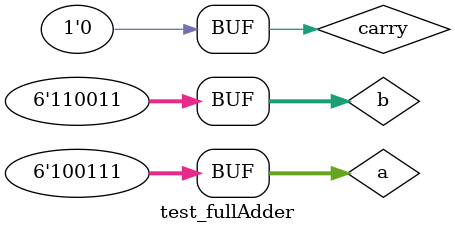
<source format=v>
 
module halfAdder (output s, output carry, 
                               input a,  
                               input b);
//xor(s,a,b);
//and(carry,a,b);
// EXPERIMENTAR
xor XOR1(s,a,b);
and AND1(carry,a,b);

endmodule // halfAdder
 
// ------------------------- 
//  fullAdder 
// ------------------------- 
module fullAdder (output s, output carry, 
										input carryIn,
                               input a,  
                               input b); 
wire [5:0] soma;										 
xor(soma[0],a,b);
xor(s,soma[0],carryIn);

and(soma[1],a,b);
and(soma[2],b,carryIn);
and(soma[3],a, carryIn);
or(soma[4],soma[1],soma[2]);
or(carry,soma[3],soma[4]);

endmodule // fullAdder


// ------------------------- 
//  comp2 
// ------------------------- 
module comp2 (output [5:0]s, input[5:0] a); 

wire val1;
wire aux[5:0];
wire carry[5:0];

not(aux[0],a[0]);
not(aux[1],a[1]);
not(aux[2],a[2]);
not(aux[3],a[3]);
not(aux[4],a[4]);
not(aux[5],a[5]);
or (val1, a[0],aux[0]);

halfAdder hA1 (s[0], carry[0], aux[0], val1);
halfAdder hA2 (s[1], carry[1], aux[1], carry[0]);
halfAdder hA3 (s[2], carry[2], aux[2], carry[1]);
halfAdder hA4 (s[3], carry[3], aux[3], carry[2]);
halfAdder hA5 (s[4], carry[4], aux[4], carry[3]);
halfAdder hA6 (s[5], carry[5], aux[5], carry[4]);

endmodule //comp2

// ------------------------- 
//  alu 
// ------------------------- 
module alu (output [5:0]s, input[5:0] a, input[5:0]b, input key); 
//----soma
wire [5:0] auxsoma;
wire [5:0] soma;
wire [5:0] carryOut;
wire nkey;

halfAdder halfAdder1(auxsoma[0], carryOut[0], a[0],b[0]);
fullAdder fullAdder1(auxsoma[1], carryOut[1], carryOut[0], a[1],b[1]);
fullAdder fullAdder2(auxsoma[2], carryOut[2], carryOut[1], a[2],b[2]);
fullAdder fullAdder3(auxsoma[3], carryOut[3], carryOut[2], a[3],b[3]);
fullAdder fullAdder4(auxsoma[4], carryOut[4], carryOut[3], a[4],b[4]);
fullAdder fullAdder5(auxsoma[5], carryOut[5], carryOut[4], a[5],b[5]);

not (nkey, key);
and(soma[0],auxsoma[0],nkey);
and(soma[1],auxsoma[1],nkey);
and(soma[2],auxsoma[2],nkey);
and(soma[3],auxsoma[3],nkey);
and(soma[4],auxsoma[4],nkey);
and(soma[5],auxsoma[5],nkey);

//----subtracao

wire [5:0] sub;
wire [5:0] auxsub;
wire [5:0] carryOut2;
wire [5:0] b2;
comp2 comp21(b2, b);
halfAdder halfAdder2(auxsub[0], carryOut2[0], a[0],b2[0]);
fullAdder fullAdder6(auxsub[1], carryOut2[1], carryOut2[0], a[1],b2[1]);
fullAdder fullAdder7(auxsub[2], carryOut2[2], carryOut2[1], a[2],b2[2]);
fullAdder fullAdder8(auxsub[3], carryOut2[3], carryOut2[2], a[3],b2[3]);
fullAdder fullAdder9(auxsub[4], carryOut2[4], carryOut2[3], a[4],b2[4]);
fullAdder fullAdder10(auxsub[5], carryOut2[5], carryOut2[4], a[5],b2[5]);

and(sub[0],auxsub[0],key);
and(sub[1],auxsub[1],key);
and(sub[2],auxsub[2],key);
and(sub[3],auxsub[3],key);
and(sub[4],auxsub[4],key);
and(sub[5],auxsub[5],key);

or (s[0],soma[0],sub[0]);
or (s[1],soma[1],sub[1]);
or (s[2],soma[2],sub[2]);
or (s[3],soma[3],sub[3]);
or (s[4],soma[4],sub[4]);
or (s[5],soma[5],sub[5]);
endmodule //alu



module test_fullAdder;

//---------------definindo dados
reg [5:0] a;
reg [5:0] b;
wire [5:0] resultado;
reg carry;

alu alu1(resultado,a,b,carry);
 
// ------------------------- parte principal 
 initial begin 
      $display("Exemplo0031 - Luis Vasconcelos Dias -412753"); 
      $display("Test ALU");
		a=6'b100001;b=6'b100011;carry=1;
		$display("A        B      RESULTADO");
		$monitor("%b  %b = %b",a,b,resultado);
		#1 a=6'b100001;b=6'b100011;carry=0;
		#1 a=6'b101101;b=6'b101011;carry=1;
		#1 a=6'b101101;b=6'b101011;carry=0;
		#1 a=6'b100111;b=6'b110011;carry=1;
		#1 a=6'b100111;b=6'b110011;carry=0;
 
 
 end 
 
endmodule // test_fullAdder
</source>
